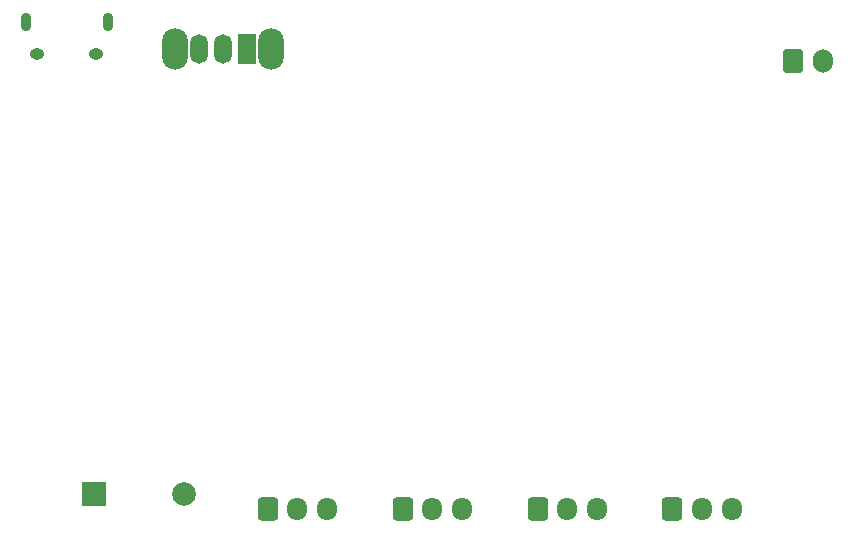
<source format=gbr>
%TF.GenerationSoftware,KiCad,Pcbnew,(6.0.5-0)*%
%TF.CreationDate,2022-06-13T17:31:06+02:00*%
%TF.ProjectId,Transportino,5472616e-7370-46f7-9274-696e6f2e6b69,v01*%
%TF.SameCoordinates,Original*%
%TF.FileFunction,Soldermask,Bot*%
%TF.FilePolarity,Negative*%
%FSLAX46Y46*%
G04 Gerber Fmt 4.6, Leading zero omitted, Abs format (unit mm)*
G04 Created by KiCad (PCBNEW (6.0.5-0)) date 2022-06-13 17:31:06*
%MOMM*%
%LPD*%
G01*
G04 APERTURE LIST*
G04 Aperture macros list*
%AMRoundRect*
0 Rectangle with rounded corners*
0 $1 Rounding radius*
0 $2 $3 $4 $5 $6 $7 $8 $9 X,Y pos of 4 corners*
0 Add a 4 corners polygon primitive as box body*
4,1,4,$2,$3,$4,$5,$6,$7,$8,$9,$2,$3,0*
0 Add four circle primitives for the rounded corners*
1,1,$1+$1,$2,$3*
1,1,$1+$1,$4,$5*
1,1,$1+$1,$6,$7*
1,1,$1+$1,$8,$9*
0 Add four rect primitives between the rounded corners*
20,1,$1+$1,$2,$3,$4,$5,0*
20,1,$1+$1,$4,$5,$6,$7,0*
20,1,$1+$1,$6,$7,$8,$9,0*
20,1,$1+$1,$8,$9,$2,$3,0*%
G04 Aperture macros list end*
%ADD10RoundRect,0.250000X-0.600000X-0.725000X0.600000X-0.725000X0.600000X0.725000X-0.600000X0.725000X0*%
%ADD11O,1.700000X1.950000*%
%ADD12R,2.000000X2.000000*%
%ADD13C,2.000000*%
%ADD14O,2.200000X3.500000*%
%ADD15R,1.500000X2.500000*%
%ADD16O,1.500000X2.500000*%
%ADD17RoundRect,0.250000X-0.600000X-0.750000X0.600000X-0.750000X0.600000X0.750000X-0.600000X0.750000X0*%
%ADD18O,1.700000X2.000000*%
%ADD19O,1.250000X0.950000*%
%ADD20O,0.890000X1.550000*%
G04 APERTURE END LIST*
D10*
%TO.C,J3*%
X182372000Y-102362000D03*
D11*
X184872000Y-102362000D03*
X187372000Y-102362000D03*
%TD*%
D10*
%TO.C,J1*%
X159512000Y-102362000D03*
D11*
X162012000Y-102362000D03*
X164512000Y-102362000D03*
%TD*%
D10*
%TO.C,J2*%
X170942000Y-102362000D03*
D11*
X173442000Y-102362000D03*
X175942000Y-102362000D03*
%TD*%
D10*
%TO.C,J4*%
X193762000Y-102379000D03*
D11*
X196262000Y-102379000D03*
X198762000Y-102379000D03*
%TD*%
D12*
%TO.C,BZ1*%
X144790000Y-101092000D03*
D13*
X152390000Y-101092000D03*
%TD*%
D14*
%TO.C,SW2*%
X159802000Y-63468000D03*
X151602000Y-63468000D03*
D15*
X157702000Y-63468000D03*
D16*
X155702000Y-63468000D03*
X153702000Y-63468000D03*
%TD*%
D17*
%TO.C,BT1*%
X203982000Y-64499000D03*
D18*
X206482000Y-64499000D03*
%TD*%
D19*
%TO.C,J5*%
X144989229Y-63844597D03*
D20*
X145989229Y-61144597D03*
D19*
X139989229Y-63844597D03*
D20*
X138989229Y-61144597D03*
%TD*%
M02*

</source>
